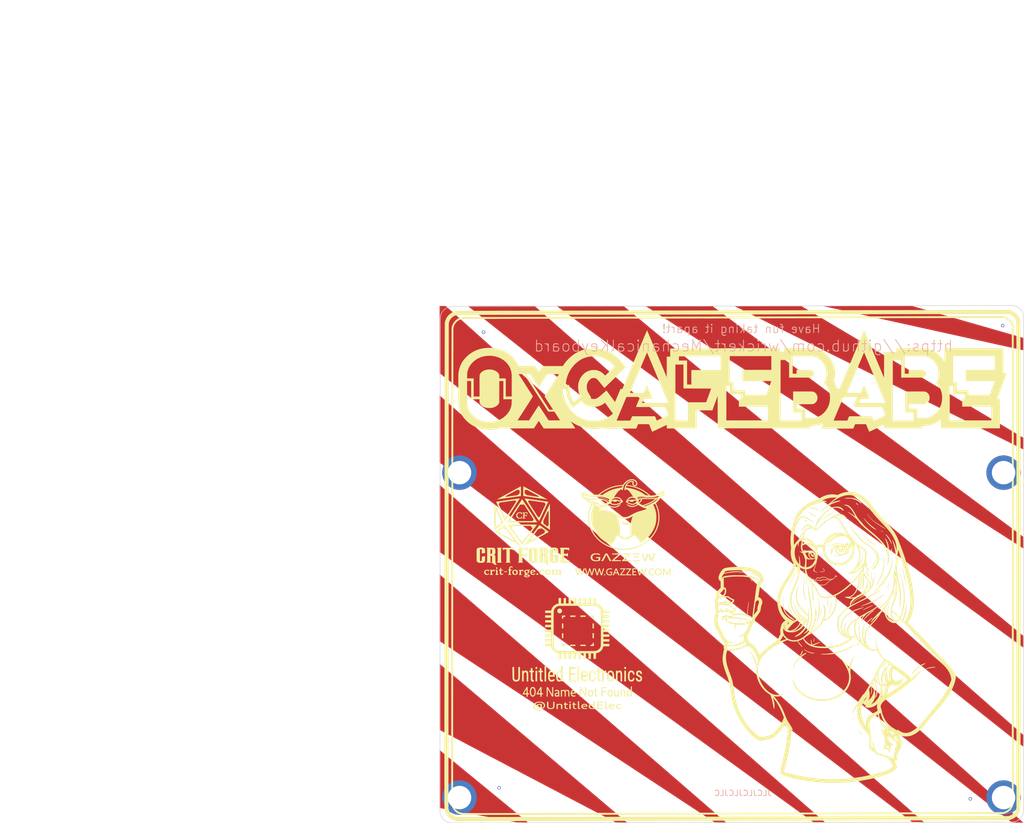
<source format=kicad_pcb>
(kicad_pcb (version 20210228) (generator pcbnew)
  (layers (0 "F.Cu" signal) (31 "B.Cu" signal) (34 "B.Paste" user) (35 "F.Paste" user) (36 "B.SilkS" user "B.Silkscreen") (37 "F.SilkS" user "F.Silkscreen") (38 "B.Mask" user) (39 "F.Mask" user) (44 "Edge.Cuts" user))
  (net 0 "")
  (footprint "LOGO" (layer "F.Cu") (at 0 0)
    (fp_text reference "G***" hide)
    (fp_text value "LOGO" hide)
  )
  (footprint "LOGO" (layer "F.Cu") (at 128.798347 100.180362)
    (fp_text reference "G***" hide)
    (fp_text value "LOGO" hide)
    (fp_poly (pts (xy 24.543821 -25.737242) (xy 52.503917 -4.971318) (xy 52.509406 -3.924992) (xy 52.510171 -3.719073) (xy 52.510278 -3.526624) (xy 52.509767 -3.35167) (xy 52.508679 -3.198236) (xy 52.507054 -3.070348) (xy 52.504934 -2.972031) (xy 52.502359 -2.90731) (xy 52.499369 -2.880211) (xy 52.498822 -2.879636) (xy 52.48058 -2.891046) (xy 52.427262 -2.924978) (xy 52.339416 -2.981084) (xy 52.217588 -3.05901) (xy 52.062324 -3.158407) (xy 51.874171 -3.278925) (xy 51.653676 -3.420211) (xy 51.401385 -3.581915) (xy 51.117845 -3.763688) (xy 50.803602 -3.965177) (xy 50.459203 -4.186032) (xy 50.085194 -4.425902) (xy 49.682122 -4.684437) (xy 49.250534 -4.961285) (xy 48.790975 -5.256097) (xy 48.303994 -5.568521) (xy 47.790135 -5.898206) (xy 47.249946 -6.244802) (xy 46.683973 -6.607957) (xy 46.092762 -6.987322) (xy 45.476862 -7.382545) (xy 44.836816 -7.793276) (xy 44.173174 -8.219163) (xy 43.48648 -8.659857) (xy 42.777281 -9.115006) (xy 42.046125 -9.584259) (xy 41.293557 -10.067266) (xy 40.520125 -10.563676) (xy 39.726373 -11.073138) (xy 38.912851 -11.595302) (xy 38.080102 -12.129816) (xy 37.228676 -12.67633) (xy 36.359117 -13.234493) (xy 35.471972 -13.803954) (xy 34.567788 -14.384363) (xy 33.647112 -14.975369) (xy 32.71049 -15.576621) (xy 31.758469 -16.187768) (xy 30.791594 -16.80846) (xy 29.810413 -17.438345) (xy 28.815473 -18.077073) (xy 27.807319 -18.724293) (xy 26.786498 -19.379655) (xy 25.753558 -20.042807) (xy 24.709044 -20.7134) (xy 23.653502 -21.391081) (xy 22.58748 -22.0755) (xy 21.511525 -22.766308) (xy 20.426182 -23.463151) (xy 19.331998 -24.165681) (xy 18.537174 -24.676011) (xy 17.436973 -25.382424) (xy 16.345234 -26.08342) (xy 15.262503 -26.778648) (xy 14.189328 -27.467756) (xy 13.126254 -28.150394) (xy 12.073827 -28.826211) (xy 11.032594 -29.494856) (xy 10.003101 -30.155977) (xy 8.985894 -30.809224) (xy 7.981519 -31.454246) (xy 6.990523 -32.090692) (xy 6.013453 -32.71821) (xy 5.050853 -33.33645) (xy 4.103272 -33.945061) (xy 3.171254 -34.543691) (xy 2.255346 -35.131991) (xy 1.356095 -35.709608) (xy 0.474046 -36.276191) (xy -0.390254 -36.831391) (xy -1.236258 -37.374856) (xy -2.063421 -37.906234) (xy -2.871196 -38.425175) (xy -3.659037 -38.931328) (xy -4.426398 -39.424341) (xy -5.172732 -39.903864) (xy -5.897494 -40.369547) (xy -6.600136 -40.821037) (xy -7.280113 -41.257984) (xy -7.936878 -41.680036) (xy -8.569885 -42.086844) (xy -9.178588 -42.478055) (xy -9.76244 -42.853319) (xy -10.320896 -43.212285) (xy -10.853408 -43.554602) (xy -11.359432 -43.879919) (xy -11.838419 -44.187884) (xy -12.289825 -44.478147) (xy -12.713103 -44.750358) (xy -13.107706 -45.004164) (xy -13.473089 -45.239215) (xy -13.808704 -45.45516) (xy -14.114007 -45.651647) (xy -14.388449 -45.828327) (xy -14.631486 -45.984848) (xy -14.842572 -46.120858) (xy -15.021158 -46.236007) (xy -15.1667 -46.329944) (xy -15.278652 -46.402319) (xy -15.356466 -46.452779) (xy -15.399596 -46.480973) (xy -15.408868 -46.487291) (xy -15.388021 -46.488618) (xy -15.326524 -46.489915) (xy -15.226061 -46.491178) (xy -15.088315 -46.492402) (xy -14.91497 -46.493584) (xy -14.707708 -46.494719) (xy -14.468214 -46.495802) (xy -14.198171 -46.496829) (xy -13.899262 -46.497796) (xy -13.573171 -46.498697) (xy -13.221581 -46.499529) (xy -12.846176 -46.500287) (xy -12.448639 -46.500967) (xy -12.030653 -46.501564) (xy -11.593903 -46.502073) (xy -11.140071 -46.502491) (xy -10.670842 -46.502813) (xy -10.187897 -46.503034) (xy -9.692922 -46.503149) (xy -9.412804 -46.503166) (xy -3.416274 -46.503166) (xy 24.543821 -25.737242)) (layer "F.Cu") (width 0.01) (fill solid))
    (fp_poly (pts (xy -51.933066 -46.498221) (xy -51.372798 -46.492583) (xy 0.570851 -0.003091) (xy 1.85267 1.144139) (xy 3.127112 2.28477) (xy 4.393808 3.418473) (xy 5.65239 4.54492) (xy 6.90249 5.66378) (xy 8.143741 6.774725) (xy 9.375773 7.877424) (xy 10.59822 8.971549) (xy 11.810713 10.056769) (xy 13.012885 11.132757) (xy 14.204367 12.199182) (xy 15.384791 13.255714) (xy 16.55379 14.302025) (xy 17.710995 15.337786) (xy 18.856039 16.362666) (xy 19.988553 17.376336) (xy 21.10817 18.378468) (xy 22.214521 19.368731) (xy 23.30724 20.346796) (xy 24.385957 21.312334) (xy 25.450304 22.265016) (xy 26.499915 23.204511) (xy 27.53442 24.130492) (xy 28.553452 25.042627) (xy 29.556643 25.940589) (xy 30.543625 26.824047) (xy 31.51403 27.692672) (xy 32.46749 28.546135) (xy 33.403637 29.384106) (xy 34.322103 30.206256) (xy 35.222521 31.012256) (xy 36.104521 31.801776) (xy 36.967737 32.574487) (xy 37.8118 33.330059) (xy 38.636342 34.068163) (xy 39.440995 34.78847) (xy 40.225392 35.490651) (xy 40.989164 36.174375) (xy 41.731944 36.839314) (xy 42.453363 37.485137) (xy 43.153054 38.111517) (xy 43.830648 38.718123) (xy 44.485777 39.304626) (xy 45.118075 39.870696) (xy 45.727172 40.416005) (xy 46.3127 40.940223) (xy 46.874293 41.443019) (xy 47.411581 41.924066) (xy 47.924197 42.383034) (xy 48.411773 42.819593) (xy 48.873941 43.233414) (xy 49.310332 43.624167) (xy 49.72058 43.991524) (xy 50.104316 44.335154) (xy 50.461171 44.654728) (xy 50.790779 44.949918) (xy 51.092771 45.220393) (xy 51.366779 45.465824) (xy 51.612435 45.685882) (xy 51.829371 45.880238) (xy 52.01722 46.048561) (xy 52.175613 46.190524) (xy 52.304182 46.305795) (xy 52.402559 46.394046) (xy 52.470377 46.454948) (xy 52.507268 46.488171) (xy 52.5145 46.494784) (xy 52.494192 46.496991) (xy 52.436692 46.498524) (xy 52.347135 46.499423) (xy 52.230656 46.499723) (xy 52.092391 46.499463) (xy 51.937474 46.49868) (xy 51.771041 46.497412) (xy 51.598227 46.495694) (xy 51.424168 46.493566) (xy 51.253997 46.491064) (xy 51.092852 46.488225) (xy 50.945866 46.485088) (xy 50.852687 46.482693) (xy 50.450291 46.471417) (xy -1.020723 6.0325) (xy -52.491737 -34.406416) (xy -52.492535 -40.455137) (xy -52.493333 -46.503857) (xy -51.933066 -46.498221)) (layer "F.Cu") (width 0.01) (fill solid))
    (fp_poly (pts (xy -52.458488 1.859007) (xy -52.410712 1.900146) (xy -52.332249 1.96788) (xy -52.223748 2.061646) (xy -52.085863 2.180878) (xy -51.919245 2.325012) (xy -51.724546 2.493483) (xy -51.502416 2.685727) (xy -51.253509 2.901179) (xy -50.978474 3.139273) (xy -50.677965 3.399447) (xy -50.352632 3.681135) (xy -50.003128 3.983772) (xy -49.630103 4.306794) (xy -49.23421 4.649636) (xy -48.8161 5.011734) (xy -48.376425 5.392523) (xy -47.915836 5.791438) (xy -47.434986 6.207916) (xy -46.934525 6.64139) (xy -46.415105 7.091297) (xy -45.877378 7.557071) (xy -45.321996 8.038149) (xy -44.74961 8.533966) (xy -44.160872 9.043957) (xy -43.556433 9.567557) (xy -42.936945 10.104202) (xy -42.30306 10.653328) (xy -41.65543 11.214369) (xy -40.994705 11.78676) (xy -40.321538 12.369939) (xy -39.63658 12.963339) (xy -38.940483 13.566396) (xy -38.233899 14.178546) (xy -37.517478 14.799223) (xy -36.791874 15.427864) (xy -36.057736 16.063904) (xy -35.315718 16.706777) (xy -34.56647 17.355921) (xy -33.810645 18.010768) (xy -33.048893 18.670757) (xy -32.281867 19.33532) (xy -31.510218 20.003895) (xy -30.734598 20.675916) (xy -29.955658 21.350819) (xy -29.174051 22.028039) (xy -28.390427 22.707011) (xy -27.605438 23.387171) (xy -26.819736 24.067955) (xy -26.033973 24.748797) (xy -25.2488 25.429133) (xy -24.464869 26.108399) (xy -23.682831 26.78603) (xy -22.903338 27.46146) (xy -22.127042 28.134127) (xy -21.354594 28.803464) (xy -20.586646 29.468907) (xy -19.82385 30.129893) (xy -19.066857 30.785855) (xy -18.316319 31.43623) (xy -17.572887 32.080453) (xy -16.837213 32.717959) (xy -16.109949 33.348183) (xy -15.391747 33.970562) (xy -14.683257 34.58453) (xy -13.985132 35.189523) (xy -13.298024 35.784976) (xy -12.622583 36.370324) (xy -11.959461 36.945004) (xy -11.309311 37.50845) (xy -10.672784 38.060097) (xy -10.050531 38.599382) (xy -9.443204 39.125739) (xy -8.851454 39.638604) (xy -8.275934 40.137412) (xy -7.717295 40.621599) (xy -7.176188 41.090599) (xy -6.653266 41.54385) (xy -6.149179 41.980785) (xy -5.66458 42.40084) (xy -5.20012 42.80345) (xy -4.75645 43.188052) (xy -4.334223 43.55408) (xy -3.93409 43.900969) (xy -3.556702 44.228156) (xy -3.202711 44.535075) (xy -2.87277 44.821162) (xy -2.567528 45.085852) (xy -2.287639 45.328581) (xy -2.033754 45.548784) (xy -1.806524 45.745896) (xy -1.606601 45.919352) (xy -1.434636 46.068589) (xy -1.291282 46.193042) (xy -1.177189 46.292145) (xy -1.09301 46.365335) (xy -1.039397 46.412046) (xy -1.017 46.431715) (xy -1.016481 46.432192) (xy -0.964046 46.482) (xy -1.397481 46.477198) (xy -1.542168 46.475422) (xy -1.717393 46.472994) (xy -1.911371 46.470094) (xy -2.112315 46.466903) (xy -2.308438 46.463601) (xy -2.436386 46.461323) (xy -3.041855 46.45025) (xy -27.766811 30.141334) (xy -52.491768 13.832417) (xy -52.492551 7.835195) (xy -52.492555 7.312648) (xy -52.492432 6.804429) (xy -52.492186 6.312073) (xy -52.491823 5.837118) (xy -52.491346 5.3811) (xy -52.49076 4.945557) (xy -52.490069 4.532025) (xy -52.489279 4.142042) (xy -52.488393 3.777143) (xy -52.487417 3.438866) (xy -52.486354 3.128748) (xy -52.485209 2.848325) (xy -52.483987 2.599135) (xy -52.482693 2.382714) (xy -52.48133 2.200599) (xy -52.479903 2.054328) (xy -52.478417 1.945436) (xy -52.476876 1.875461) (xy -52.475286 1.845939) (xy -52.474924 1.845028) (xy -52.458488 1.859007)) (layer "F.Cu") (width 0.01) (fill solid))
    (fp_poly (pts (xy 8.559785 -7.894088) (xy 52.5145 30.714991) (xy 52.514373 31.576454) (xy 52.513718 31.868926) (xy 52.511831 32.119724) (xy 52.508691 32.329488) (xy 52.504276 32.498861) (xy 52.498566 32.628483) (xy 52.491538 32.718995) (xy 52.483173 32.77104) (xy 52.474321 32.785503) (xy 52.45748 32.772354) (xy 52.407888 32.733205) (xy 52.325949 32.668378) (xy 52.212068 32.578194) (xy 52.066649 32.462975) (xy 51.890097 32.323042) (xy 51.682817 32.158715) (xy 51.445214 31.970316) (xy 51.177692 31.758167) (xy 50.880657 31.522588) (xy 50.554512 31.263901) (xy 50.199663 30.982426) (xy 49.816514 30.678486) (xy 49.405471 30.352401) (xy 48.966937 30.004492) (xy 48.501318 29.635081) (xy 48.009018 29.244489) (xy 47.490442 28.833037) (xy 46.945994 28.401046) (xy 46.376081 27.948838) (xy 45.781105 27.476733) (xy 45.161472 26.985053) (xy 44.517587 26.474119) (xy 43.849855 25.944253) (xy 43.158679 25.395775) (xy 42.444466 24.829007) (xy 41.707619 24.244269) (xy 40.948543 23.641884) (xy 40.167643 23.022172) (xy 39.365324 22.385454) (xy 38.541991 21.732053) (xy 37.698048 21.062288) (xy 36.833899 20.376481) (xy 35.949951 19.674953) (xy 35.046607 18.958026) (xy 34.124272 18.226021) (xy 33.183351 17.479258) (xy 32.224249 16.71806) (xy 31.24737 15.942747) (xy 30.253119 15.15364) (xy 29.241901 14.351061) (xy 28.214121 13.535331) (xy 27.170183 12.706772) (xy 26.110491 11.865703) (xy 25.035452 11.012447) (xy 23.945469 10.147325) (xy 22.840948 9.270658) (xy 21.722292 8.382766) (xy 20.589907 7.483972) (xy 19.444197 6.574597) (xy 18.285568 5.654961) (xy 17.114423 4.725387) (xy 15.931168 3.786194) (xy 14.736208 2.837705) (xy 13.529946 1.88024) (xy 12.312788 0.914121) (xy 11.085139 -0.060331) (xy 9.847403 -1.042795) (xy 8.599985 -2.032949) (xy 7.34329 -3.030473) (xy 6.077722 -4.035046) (xy 4.803687 -5.046345) (xy 3.521588 -6.06405) (xy 2.57175 -6.818017) (xy 1.283829 -7.840351) (xy 0.003649 -8.856539) (xy -1.268387 -9.866262) (xy -2.531872 -10.869196) (xy -3.786402 -11.865022) (xy -5.031571 -12.853416) (xy -6.266974 -13.834058) (xy -7.492206 -14.806625) (xy -8.706862 -15.770797) (xy -9.910537 -16.726251) (xy -11.102825 -17.672666) (xy -12.283322 -18.60972) (xy -13.451621 -19.537092) (xy -14.607319 -20.45446) (xy -15.750009 -21.361503) (xy -16.879287 -22.257898) (xy -17.994747 -23.143325) (xy -19.095985 -24.017461) (xy -20.182594 -24.879986) (xy -21.25417 -25.730576) (xy -22.310309 -26.568912) (xy -23.350603 -27.394671) (xy -24.374649 -28.207531) (xy -25.382041 -29.007171) (xy -26.372374 -29.793269) (xy -27.345243 -30.565504) (xy -28.300243 -31.323555) (xy -29.236968 -32.067098) (xy -30.155013 -32.795814) (xy -31.053974 -33.50938) (xy -31.933444 -34.207474) (xy -32.793019 -34.889776) (xy -33.632294 -35.555962) (xy -34.450863 -36.205713) (xy -35.248322 -36.838706) (xy -36.024264 -37.454619) (xy -36.778286 -38.053131) (xy -37.509981 -38.633921) (xy -38.218944 -39.196666) (xy -38.904771 -39.741046) (xy -39.567056 -40.266738) (xy -40.205394 -40.77342) (xy -40.81938 -41.260772) (xy -41.408609 -41.728472) (xy -41.972675 -42.176198) (xy -42.511173 -42.603628) (xy -43.023699 -43.01044) (xy -43.509846 -43.396314) (xy -43.969211 -43.760928) (xy -44.401386 -44.10396) (xy -44.805969 -44.425087) (xy -45.182552 -44.72399) (xy -45.530732 -45.000346) (xy -45.850102 -45.253833) (xy -46.140258 -45.48413) (xy -46.400795 -45.690915) (xy -46.631307 -45.873867) (xy -46.831389 -46.032664) (xy -47.000636 -46.166984) (xy -47.138643 -46.276506) (xy -47.245005 -46.360909) (xy -47.319316 -46.41987) (xy -47.361172 -46.453068) (xy -47.371 -46.46085) (xy -47.375788 -46.464918) (xy -47.378319 -46.468707) (xy -47.377157 -46.472229) (xy -47.370865 -46.475492) (xy -47.358007 -46.478506) (xy -47.337144 -46.481283) (xy -47.306841 -46.483832) (xy -47.265662 -46.486162) (xy -47.212168 -46.488285) (xy -47.144924 -46.490209) (xy -47.062493 -46.491946) (xy -46.963438 -46.493504) (xy -46.846322 -46.494895) (xy -46.709709 -46.496128) (xy -46.552161 -46.497213) (xy -46.372243 -46.49816) (xy -46.168517 -46.49898) (xy -45.939546 -46.499682) (xy -45.683895 -46.500276) (xy -45.400125 -46.500772) (xy -45.086801 -46.501181) (xy -44.742485 -46.501512) (xy -44.365742 -46.501776) (xy -43.955133 -46.501983) (xy -43.509223 -46.502141) (xy -43.026575 -46.502263) (xy -42.505752 -46.502357) (xy -41.945316 -46.502434) (xy -41.409423 -46.502496) (xy -35.394929 -46.503166) (xy 8.559785 -7.894088)) (layer "F.Cu") (width 0.01) (fill solid))
    (fp_poly (pts (xy 32.54375 -46.502725) (xy 42.523833 -43.63721) (xy 52.503917 -40.771695) (xy 52.509395 -39.658097) (xy 52.510459 -39.403559) (xy 52.510907 -39.188501) (xy 52.510685 -39.010071) (xy 52.509738 -38.865419) (xy 52.508011 -38.751696) (xy 52.505452 -38.666051) (xy 52.502005 -38.605633) (xy 52.497617 -38.567593) (xy 52.492232 -38.549079) (xy 52.488229 -38.546162) (xy 52.466433 -38.550775) (xy 52.404242 -38.564315) (xy 52.302598 -38.586574) (xy 52.162441 -38.617345) (xy 51.984714 -38.65642) (xy 51.770357 -38.70359) (xy 51.520311 -38.758649) (xy 51.235519 -38.821389) (xy 50.91692 -38.891602) (xy 50.565457 -38.969079) (xy 50.182071 -39.053614) (xy 49.767702 -39.144999) (xy 49.323293 -39.243025) (xy 48.849784 -39.347486) (xy 48.348117 -39.458173) (xy 47.819233 -39.574879) (xy 47.264073 -39.697396) (xy 46.683578 -39.825516) (xy 46.078691 -39.959031) (xy 45.450352 -40.097735) (xy 44.799501 -40.241418) (xy 44.127082 -40.389873) (xy 43.434034 -40.542893) (xy 42.7213 -40.70027) (xy 41.98982 -40.861796) (xy 41.240536 -41.027263) (xy 40.474388 -41.196464) (xy 39.692319 -41.36919) (xy 38.89527 -41.545235) (xy 38.084181 -41.72439) (xy 37.259994 -41.906448) (xy 36.423651 -42.0912) (xy 35.576092 -42.27844) (xy 34.718259 -42.467959) (xy 34.529688 -42.509621) (xy 33.669789 -42.699617) (xy 32.819982 -42.887412) (xy 31.981209 -43.072796) (xy 31.154409 -43.255562) (xy 30.340523 -43.435501) (xy 29.540491 -43.612404) (xy 28.755255 -43.786063) (xy 27.985755 -43.956269) (xy 27.23293 -44.122815) (xy 26.497723 -44.285491) (xy 25.781073 -44.444089) (xy 25.083922 -44.598401) (xy 24.407209 -44.748218) (xy 23.751875 -44.893332) (xy 23.11886 -45.033534) (xy 22.509106 -45.168615) (xy 21.923553 -45.298369) (xy 21.363141 -45.422585) (xy 20.828812 -45.541055) (xy 20.321504 -45.653572) (xy 19.84216 -45.759926) (xy 19.391719 -45.85991) (xy 18.971123 -45.953314) (xy 18.581312 -46.03993) (xy 18.223225 -46.11955) (xy 17.897805 -46.191965) (xy 17.605991 -46.256967) (xy 17.348724 -46.314348) (xy 17.126945 -46.363898) (xy 16.941594 -46.40541) (xy 16.793612 -46.438675) (xy 16.683939 -46.463484) (xy 16.613516 -46.47963) (xy 16.583283 -46.486903) (xy 16.582119 -46.487292) (xy 16.601897 -46.488441) (xy 16.662554 -46.489568) (xy 16.762635 -46.49067) (xy 16.900685 -46.491743) (xy 17.075248 -46.492785) (xy 17.28487 -46.493792) (xy 17.528097 -46.494763) (xy 17.803472 -46.495694) (xy 18.109542 -46.496582) (xy 18.444852 -46.497424) (xy 18.807946 -46.498219) (xy 19.19737 -46.498961) (xy 19.611669 -46.49965) (xy 20.049388 -46.500282) (xy 20.509072 -46.500854) (xy 20.989267 -46.501363) (xy 21.488516 -46.501806) (xy 22.005367 -46.502182) (xy 22.538363 -46.502486) (xy 23.08605 -46.502715) (xy 23.646973 -46.502868) (xy 24.219677 -46.502941) (xy 24.555097 -46.502946) (xy 32.54375 -46.502725)) (layer "F.Cu") (width 0.01) (fill solid))
    (fp_poly (pts (xy -25.799235 -46.502273) (xy -25.409525 -46.502224) (xy -19.39925 -46.501282) (xy 16.552333 -16.817496) (xy 52.503917 12.86629) (xy 52.509406 13.915562) (xy 52.510171 14.121741) (xy 52.510279 14.314427) (xy 52.509771 14.489603) (xy 52.508687 14.643254) (xy 52.507069 14.771366) (xy 52.504955 14.869923) (xy 52.502388 14.934911) (xy 52.499407 14.962314) (xy 52.498822 14.962945) (xy 52.481363 14.95044) (xy 52.430212 14.913258) (xy 52.345833 14.851737) (xy 52.228686 14.766216) (xy 52.079234 14.657031) (xy 51.897937 14.524522) (xy 51.685258 14.369026) (xy 51.441658 14.190881) (xy 51.167599 13.990425) (xy 50.863543 13.767996) (xy 50.52995 13.523933) (xy 50.167283 13.258572) (xy 49.776004 12.972252) (xy 49.356573 12.665312) (xy 48.909453 12.338088) (xy 48.435105 11.990919) (xy 47.93399 11.624144) (xy 47.406571 11.238099) (xy 46.85331 10.833123) (xy 46.274666 10.409555) (xy 45.671103 9.967731) (xy 45.043082 9.50799) (xy 44.391065 9.030669) (xy 43.715512 8.536108) (xy 43.016886 8.024643) (xy 42.295649 7.496614) (xy 41.552262 6.952357) (xy 40.787186 6.392211) (xy 40.000884 5.816513) (xy 39.193816 5.225603) (xy 38.366445 4.619817) (xy 37.519232 3.999494) (xy 36.652639 3.364971) (xy 35.767127 2.716587) (xy 34.863158 2.05468) (xy 33.941194 1.379587) (xy 33.001696 0.691647) (xy 32.045126 -0.008802) (xy 31.071945 -0.721423) (xy 30.082616 -1.445877) (xy 29.077599 -2.181826) (xy 28.057356 -2.928933) (xy 27.02235 -3.68686) (xy 25.973041 -4.455268) (xy 24.909891 -5.23382) (xy 23.833363 -6.022177) (xy 22.743916 -6.820001) (xy 21.642014 -7.626956) (xy 20.528117 -8.442701) (xy 19.402688 -9.266901) (xy 18.266188 -10.099216) (xy 17.119078 -10.939309) (xy 15.961821 -11.786841) (xy 14.794877 -12.641475) (xy 13.618709 -13.502873) (xy 12.433778 -14.370696) (xy 11.240546 -15.244607) (xy 10.557868 -15.744597) (xy 9.360055 -16.621875) (xy 8.170272 -17.493276) (xy 6.988983 -18.358463) (xy 5.816648 -19.217097) (xy 4.65373 -20.068841) (xy 3.500689 -20.913354) (xy 2.357989 -21.7503) (xy 1.226091 -22.579341) (xy 0.105457 -23.400136) (xy -1.003452 -24.212349) (xy -2.100174 -25.015641) (xy -3.184246 -25.809674) (xy -4.255208 -26.59411) (xy -5.312597 -27.368609) (xy -6.355951 -28.132835) (xy -7.384809 -28.886448) (xy -8.398709 -29.62911) (xy -9.397189 -30.360483) (xy -10.379787 -31.080229) (xy -11.346042 -31.788009) (xy -12.295491 -32.483486) (xy -13.227673 -33.16632) (xy -14.142126 -33.836173) (xy -15.038389 -34.492708) (xy -15.915999 -35.135585) (xy -16.774494 -35.764467) (xy -17.613413 -36.379015) (xy -18.432294 -36.978892) (xy -19.230676 -37.563757) (xy -20.008096 -38.133274) (xy -20.764092 -38.687104) (xy -21.498204 -39.224909) (xy -22.209968 -39.746351) (xy -22.898923 -40.25109) (xy -23.564608 -40.738789) (xy -24.206561 -41.20911) (xy -24.824319 -41.661714) (xy -25.417421 -42.096262) (xy -25.985405 -42.512418) (xy -26.52781 -42.909841) (xy -27.044173 -43.288195) (xy -27.534033 -43.64714) (xy -27.996928 -43.986339) (xy -28.432396 -44.305453) (xy -28.839975 -44.604143) (xy -29.219204 -44.882073) (xy -29.569621 -45.138902) (xy -29.890763 -45.374293) (xy -30.18217 -45.587908) (xy -30.443379 -45.779408) (xy -30.673928 -45.948455) (xy -30.873356 -46.09471) (xy -31.041202 -46.217836) (xy -31.177002 -46.317494) (xy -31.280295 -46.393346) (xy -31.35062 -46.445053) (xy -31.387515 -46.472277) (xy -31.393407 -46.476708) (xy -31.388861 -46.479422) (xy -31.368799 -46.481952) (xy -31.33198 -46.484305) (xy -31.277164 -46.486485) (xy -31.203111 -46.488498) (xy -31.10858 -46.49035) (xy -30.992332 -46.492044) (xy -30.853126 -46.493588) (xy -30.689723 -46.494985) (xy -30.500881 -46.496242) (xy -30.285362 -46.497363) (xy -30.041925 -46.498355) (xy -29.76933 -46.499221) (xy -29.466336 -46.499968) (xy -29.131704 -46.5006) (xy -28.764194 -46.501124) (xy -28.362564 -46.501544) (xy -27.925577 -46.501865) (xy -27.45199 -46.502094) (xy -26.940564 -46.502234) (xy -26.390059 -46.502292) (xy -25.799235 -46.502273)) (layer "F.Cu") (width 0.01) (fill solid))
    (fp_poly (pts (xy -35.65525 32.187514) (xy -34.918547 32.81158) (xy -34.189679 33.429034) (xy -33.469319 34.039309) (xy -32.758135 34.641835) (xy -32.056799 35.236044) (xy -31.36598 35.821368) (xy -30.68635 36.397238) (xy -30.018578 36.963087) (xy -29.363335 37.518344) (xy -28.721291 38.062443) (xy -28.093117 38.594815) (xy -27.479483 39.114891) (xy -26.881058 39.622103) (xy -26.298515 40.115883) (xy -25.732522 40.595661) (xy -25.183751 41.06087) (xy -24.652871 41.510941) (xy -24.140554 41.945307) (xy -23.647469 42.363397) (xy -23.174286 42.764645) (xy -22.721677 43.148481) (xy -22.290311 43.514337) (xy -21.880859 43.861645) (xy -21.493991 44.189837) (xy -21.130378 44.498343) (xy -20.79069 44.786596) (xy -20.475597 45.054027) (xy -20.185769 45.300068) (xy -19.921878 45.52415) (xy -19.684593 45.725705) (xy -19.474584 45.904164) (xy -19.292523 46.05896) (xy -19.139079 46.189523) (xy -19.014922 46.295285) (xy -18.920724 46.375678) (xy -18.857155 46.430134) (xy -18.824884 46.458083) (xy -18.820695 46.461941) (xy -18.83609 46.472132) (xy -18.884698 46.477973) (xy -18.947695 46.478582) (xy -18.997735 46.477455) (xy -19.084835 46.475659) (xy -19.20373 46.473296) (xy -19.349153 46.470468) (xy -19.515838 46.467277) (xy -19.69852 46.463826) (xy -19.891931 46.460216) (xy -19.977844 46.458626) (xy -20.873938 46.442087) (xy -36.667761 38.141103) (xy -37.43608 37.737279) (xy -38.195244 37.338254) (xy -38.944385 36.944481) (xy -39.682638 36.556418) (xy -40.40914 36.174518) (xy -41.123023 35.799236) (xy -41.823424 35.431029) (xy -42.509477 35.07035) (xy -43.180316 34.717655) (xy -43.835078 34.373399) (xy -44.472895 34.038037) (xy -45.092904 33.712024) (xy -45.694239 33.395816) (xy -46.276035 33.089866) (xy -46.837426 32.794631) (xy -47.377548 32.510565) (xy -47.895535 32.238124) (xy -48.390522 31.977762) (xy -48.861644 31.729935) (xy -49.308036 31.495097) (xy -49.728832 31.273704) (xy -50.123168 31.066211) (xy -50.490177 30.873073) (xy -50.828996 30.694744) (xy -51.138758 30.531681) (xy -51.418599 30.384337) (xy -51.667654 30.253169) (xy -51.885056 30.138631) (xy -52.069942 30.041178) (xy -52.221445 29.961265) (xy -52.338701 29.899348) (xy -52.420845 29.855881) (xy -52.46701 29.831319) (xy -52.477496 29.825589) (xy -52.478813 29.803473) (xy -52.480064 29.740721) (xy -52.481246 29.639031) (xy -52.482355 29.500099) (xy -52.48339 29.325622) (xy -52.484345 29.117299) (xy -52.48522 28.876827) (xy -52.48601 28.605902) (xy -52.486713 28.306223) (xy -52.487326 27.979485) (xy -52.487845 27.627388) (xy -52.488267 27.251627) (xy -52.488591 26.8539) (xy -52.488811 26.435906) (xy -52.488927 25.999339) (xy -52.488934 25.545899) (xy -52.488829 25.077283) (xy -52.48861 24.595187) (xy -52.488273 24.101309) (xy -52.488079 23.872102) (xy -52.48275 17.933145) (xy -35.65525 32.187514)) (layer "F.Cu") (width 0.01) (fill solid))
    (fp_poly (pts (xy -52.460237 33.477888) (xy -52.411303 33.517233) (xy -52.331657 33.5818) (xy -52.222304 33.670767) (xy -52.084246 33.783314) (xy -51.918487 33.918618) (xy -51.726028 34.075857) (xy -51.507873 34.254211) (xy -51.265025 34.452858) (xy -50.998487 34.670976) (xy -50.709262 34.907743) (xy -50.398353 35.162339) (xy -50.066762 35.433941) (xy -49.715494 35.721729) (xy -49.345549 36.02488) (xy -48.957933 36.342572) (xy -48.553646 36.673986) (xy -48.133694 37.018298) (xy -47.699077 37.374687) (xy -47.2508 37.742332) (xy -46.789866 38.120412) (xy -46.317276 38.508104) (xy -45.834035 38.904587) (xy -45.341145 39.30904) (xy -44.839609 39.720641) (xy -44.619333 39.901434) (xy -44.113776 40.316385) (xy -43.616208 40.724777) (xy -43.127645 41.125778) (xy -42.649097 41.518557) (xy -42.18158 41.902283) (xy -41.726105 42.276123) (xy -41.283687 42.639246) (xy -40.855337 42.990821) (xy -40.44207 43.330016) (xy -40.044899 43.656) (xy -39.664836 43.967941) (xy -39.302895 44.265007) (xy -38.960089 44.546366) (xy -38.637431 44.811189) (xy -38.335935 45.058642) (xy -38.056613 45.287894) (xy -37.800478 45.498114) (xy -37.568544 45.68847) (xy -37.361824 45.858131) (xy -37.181331 46.006265) (xy -37.028078 46.13204) (xy -36.903078 46.234626) (xy -36.807345 46.313189) (xy -36.741892 46.3669) (xy -36.707731 46.394926) (xy -36.703 46.398804) (xy -36.628917 46.459414) (xy -37.1475 46.455234) (xy -37.333084 46.453638) (xy -37.54291 46.45167) (xy -37.760707 46.449491) (xy -37.970208 46.447265) (xy -38.155142 46.445156) (xy -38.170353 46.444974) (xy -38.674622 46.438893) (xy -45.562894 45.158697) (xy -46.095916 45.059646) (xy -46.618272 44.962599) (xy -47.128426 44.867843) (xy -47.624839 44.775661) (xy -48.105974 44.686339) (xy -48.570293 44.600162) (xy -49.01626 44.517414) (xy -49.442336 44.43838) (xy -49.846983 44.363345) (xy -50.228665 44.292595) (xy -50.585843 44.226413) (xy -50.916981 44.165086) (xy -51.220539 44.108897) (xy -51.494982 44.058132) (xy -51.738771 44.013075) (xy -51.950368 43.974012) (xy -52.128237 43.941227) (xy -52.270839 43.915005) (xy -52.376637 43.895631) (xy -52.444094 43.88339) (xy -52.471671 43.878567) (xy -52.47225 43.8785) (xy -52.474814 43.857355) (xy -52.477214 43.794003) (xy -52.47945 43.688572) (xy -52.481521 43.541188) (xy -52.483427 43.351978) (xy -52.485167 43.12107) (xy -52.48674 42.848588) (xy -52.488147 42.534661) (xy -52.489386 42.179416) (xy -52.490458 41.782978) (xy -52.49136 41.345474) (xy -52.492094 40.867033) (xy -52.492659 40.347779) (xy -52.493053 39.787841) (xy -52.493277 39.187344) (xy -52.493333 38.6715) (xy -52.49327 38.205055) (xy -52.493083 37.749824) (xy -52.492777 37.307615) (xy -52.49236 36.880234) (xy -52.491835 36.469488) (xy -52.491209 36.077184) (xy -52.490486 35.705128) (xy -52.489673 35.355128) (xy -52.488776 35.028989) (xy -52.487798 34.72852) (xy -52.486747 34.455525) (xy -52.485627 34.211813) (xy -52.484445 33.999189) (xy -52.483204 33.819462) (xy -52.481912 33.674436) (xy -52.480574 33.56592) (xy -52.479194 33.495719) (xy -52.477779 33.465641) (xy -52.477458 33.464587) (xy -52.460237 33.477888)) (layer "F.Cu") (width 0.01) (fill solid))
    (fp_poly (pts (xy -52.413958 -14.221149) (xy -52.395693 -14.205097) (xy -52.346041 -14.161556) (xy -52.26546 -14.090926) (xy -52.15441 -13.99361) (xy -52.01335 -13.870009) (xy -51.842738 -13.720526) (xy -51.643032 -13.545561) (xy -51.414692 -13.345517) (xy -51.158177 -13.120796) (xy -50.873945 -12.8718) (xy -50.562455 -12.59893) (xy -50.224165 -12.302588) (xy -49.859536 -11.983177) (xy -49.469024 -11.641097) (xy -49.053089 -11.276751) (xy -48.612191 -10.89054) (xy -48.146786 -10.482867) (xy -47.657336 -10.054133) (xy -47.144297 -9.604741) (xy -46.608129 -9.135091) (xy -46.049291 -8.645586) (xy -45.468241 -8.136628) (xy -44.865438 -7.608618) (xy -44.241342 -7.061958) (xy -43.59641 -6.497051) (xy -42.931101 -5.914297) (xy -42.245875 -5.3141) (xy -41.541189 -4.69686) (xy -40.817504 -4.062979) (xy -40.075277 -3.41286) (xy -39.314967 -2.746904) (xy -38.537034 -2.065513) (xy -37.741935 -1.369088) (xy -36.93013 -0.658033) (xy -36.102077 0.067252) (xy -35.258236 0.806365) (xy -34.399064 1.558903) (xy -33.525021 2.324466) (xy -32.636565 3.10265) (xy -31.734156 3.893055) (xy -30.818252 4.695279) (xy -29.889311 5.508918) (xy -28.947793 6.333573) (xy -27.994156 7.168841) (xy -27.028859 8.01432) (xy -26.052361 8.869608) (xy -25.065121 9.734303) (xy -24.067597 10.608004) (xy -23.060248 11.490309) (xy -22.043533 12.380816) (xy -21.01791 13.279122) (xy -19.983839 14.184827) (xy -18.941778 15.097529) (xy -17.892186 16.016825) (xy -17.742958 16.147527) (xy -16.692612 17.067491) (xy -15.649801 17.980873) (xy -14.614982 18.887271) (xy -13.588612 19.786285) (xy -12.571148 20.677514) (xy -11.563049 21.560557) (xy -10.564772 22.435013) (xy -9.576774 23.300482) (xy -8.599512 24.156562) (xy -7.633443 25.002853) (xy -6.679027 25.838954) (xy -5.736718 26.664463) (xy -4.806976 27.478981) (xy -3.890257 28.282106) (xy -2.987019 29.073437) (xy -2.09772 29.852573) (xy -1.222816 30.619115) (xy -0.362765 31.372659) (xy 0.481976 32.112807) (xy 1.310949 32.839157) (xy 2.123696 33.551308) (xy 2.919761 34.248859) (xy 3.698686 34.931409) (xy 4.460013 35.598558) (xy 5.203285 36.249905) (xy 5.928045 36.885048) (xy 6.633836 37.503588) (xy 7.320199 38.105122) (xy 7.986678 38.689251) (xy 8.632815 39.255572) (xy 9.258153 39.803687) (xy 9.862234 40.333193) (xy 10.444601 40.84369) (xy 11.004796 41.334776) (xy 11.542363 41.806052) (xy 12.056843 42.257115) (xy 12.547779 42.687566) (xy 13.014715 43.097004) (xy 13.457192 43.485027) (xy 13.874753 43.851234) (xy 14.26694 44.195226) (xy 14.633297 44.5166) (xy 14.973366 44.814956) (xy 15.286689 45.089894) (xy 15.57281 45.341012) (xy 15.83127 45.567909) (xy 16.061612 45.770185) (xy 16.263379 45.947439) (xy 16.436114 46.09927) (xy 16.579358 46.225276) (xy 16.692655 46.325058) (xy 16.775548 46.398214) (xy 16.827578 46.444344) (xy 16.848289 46.463046) (xy 16.848667 46.463463) (xy 16.832552 46.477423) (xy 16.822208 46.476921) (xy 16.796274 46.475779) (xy 16.732273 46.474487) (xy 16.634472 46.47309) (xy 16.507137 46.471632) (xy 16.354533 46.470159) (xy 16.180928 46.468715) (xy 15.990587 46.467344) (xy 15.794318 46.466129) (xy 14.792886 46.460417) (xy -18.850224 22.114566) (xy -52.493333 -2.231285) (xy -52.493333 -14.292426) (xy -52.413958 -14.221149)) (layer "F.Cu") (width 0.01) (fill solid))
    (fp_poly (pts (xy 32.526516 -34.659263) (xy 33.378345 -34.153702) (xy 34.221375 -33.653352) (xy 35.054869 -33.158649) (xy 35.878091 -32.670032) (xy 36.690303 -32.187939) (xy 37.490769 -31.712807) (xy 38.278751 -31.245072) (xy 39.053514 -30.785174) (xy 39.81432 -30.333549) (xy 40.560432 -29.890635) (xy 41.291114 -29.45687) (xy 42.005629 -29.03269) (xy 42.703239 -28.618534) (xy 43.383209 -28.214839) (xy 44.044802 -27.822043) (xy 44.687279 -27.440583) (xy 45.309906 -27.070896) (xy 45.911944 -26.71342) (xy 46.492658 -26.368594) (xy 47.05131 -26.036853) (xy 47.587163 -25.718637) (xy 48.099482 -25.414381) (xy 48.587528 -25.124525) (xy 49.050565 -24.849504) (xy 49.487856 -24.589758) (xy 49.898665 -24.345723) (xy 50.282254 -24.117837) (xy 50.637888 -23.906538) (xy 50.964828 -23.712262) (xy 51.262339 -23.535448) (xy 51.529682 -23.376533) (xy 51.766123 -23.235955) (xy 51.970923 -23.114151) (xy 52.143347 -23.011558) (xy 52.282656 -22.928615) (xy 52.388115 -22.865758) (xy 52.458986 -22.823426) (xy 52.494533 -22.802055) (xy 52.498827 -22.799378) (xy 52.5019 -22.775654) (xy 52.504561 -22.713728) (xy 52.506768 -22.617732) (xy 52.50848 -22.491794) (xy 52.509654 -22.340045) (xy 52.51025 -22.166616) (xy 52.510226 -21.975636) (xy 52.509541 -21.771237) (xy 52.50941 -21.745546) (xy 52.503917 -20.707696) (xy 26.553583 -33.585438) (xy 25.561672 -34.077677) (xy 24.578847 -34.565421) (xy 23.605796 -35.048329) (xy 22.643204 -35.526061) (xy 21.691759 -35.998275) (xy 20.752147 -36.46463) (xy 19.825056 -36.924784) (xy 18.911173 -37.378397) (xy 18.011184 -37.825128) (xy 17.125776 -38.264634) (xy 16.255637 -38.696577) (xy 15.401452 -39.120613) (xy 14.563909 -39.536402) (xy 13.743696 -39.943603) (xy 12.941498 -40.341875) (xy 12.158002 -40.730876) (xy 11.393896 -41.110266) (xy 10.649867 -41.479703) (xy 9.926601 -41.838846) (xy 9.224785 -42.187354) (xy 8.545106 -42.524886) (xy 7.888251 -42.851101) (xy 7.254907 -43.165658) (xy 6.645761 -43.468215) (xy 6.061499 -43.758431) (xy 5.502809 -44.035966) (xy 4.970378 -44.300477) (xy 4.464892 -44.551625) (xy 3.987038 -44.789068) (xy 3.537504 -45.012464) (xy 3.116975 -45.221473) (xy 2.726139 -45.415753) (xy 2.365684 -45.594963) (xy 2.036294 -45.758763) (xy 1.738659 -45.90681) (xy 1.473464 -46.038765) (xy 1.241397 -46.154285) (xy 1.043143 -46.25303) (xy 0.879391 -46.334659) (xy 0.750828 -46.398829) (xy 0.658139 -46.445201) (xy 0.602012 -46.473434) (xy 0.583141 -46.483173) (xy 0.60206 -46.485237) (xy 0.662568 -46.487201) (xy 0.76392 -46.489064) (xy 0.905374 -46.490824) (xy 1.086185 -46.492477) (xy 1.305608 -46.494021) (xy 1.562901 -46.495454) (xy 1.857318 -46.496774) (xy 2.188116 -46.497977) (xy 2.55455 -46.499061) (xy 2.955877 -46.500025) (xy 3.391353 -46.500864) (xy 3.860233 -46.501577) (xy 4.361773 -46.502162) (xy 4.89523 -46.502616) (xy 5.459858 -46.502935) (xy 6.054915 -46.503119) (xy 6.566657 -46.503166) (xy 12.570281 -46.503166) (xy 32.526516 -34.659263)) (layer "F.Cu") (width 0.01) (fill solid))
    (fp_poly (pts (xy -52.445708 -30.359694) (xy -52.428608 -30.344587) (xy -52.380164 -30.301839) (xy -52.300781 -30.231809) (xy -52.190867 -30.134855) (xy -52.050829 -30.011336) (xy -51.881074 -29.861611) (xy -51.682007 -29.686038) (xy -51.454036 -29.484976) (xy -51.197567 -29.258784) (xy -50.913007 -29.007821) (xy -50.600763 -28.732444) (xy -50.261241 -28.433013) (xy -49.894849 -28.109887) (xy -49.501992 -27.763423) (xy -49.083078 -27.393981) (xy -48.638513 -27.00192) (xy -48.168704 -26.587597) (xy -47.674058 -26.151372) (xy -47.154981 -25.693603) (xy -46.61188 -25.214648) (xy -46.045162 -24.714868) (xy -45.455233 -24.194619) (xy -44.8425 -23.654262) (xy -44.20737 -23.094154) (xy -43.550249 -22.514654) (xy -42.871545 -21.916121) (xy -42.171663 -21.298913) (xy -41.451011 -20.663389) (xy -40.709995 -20.009908) (xy -39.949022 -19.338829) (xy -39.168499 -18.650509) (xy -38.368832 -17.945308) (xy -37.550428 -17.223585) (xy -36.713694 -16.485698) (xy -35.859036 -15.732005) (xy -34.986862 -14.962865) (xy -34.097577 -14.178638) (xy -33.191589 -13.379681) (xy -32.269304 -12.566353) (xy -31.331128 -11.739013) (xy -30.37747 -10.89802) (xy -29.408734 -10.043732) (xy -28.425329 -9.176508) (xy -27.42766 -8.296707) (xy -26.416135 -7.404686) (xy -25.39116 -6.500806) (xy -24.353141 -5.585423) (xy -23.302486 -4.658898) (xy -22.239601 -3.721589) (xy -21.164893 -2.773854) (xy -20.078768 -1.816053) (xy -18.981634 -0.848542) (xy -17.873897 0.128317) (xy -16.755963 1.114168) (xy -15.628239 2.108651) (xy -14.491133 3.111407) (xy -13.34505 4.122079) (xy -12.190398 5.140307) (xy -11.027583 6.165733) (xy -9.857011 7.197997) (xy -8.911167 8.032086) (xy -7.7346 9.06964) (xy -6.565451 10.100654) (xy -5.404129 11.124772) (xy -4.251039 12.141633) (xy -3.106589 13.150879) (xy -1.971186 14.152152) (xy -0.845236 15.145091) (xy 0.270854 16.129339) (xy 1.376676 17.104536) (xy 2.471824 18.070324) (xy 3.555891 19.026344) (xy 4.62847 19.972237) (xy 5.689155 20.907643) (xy 6.737537 21.832205) (xy 7.773212 22.745563) (xy 8.79577 23.647359) (xy 9.804806 24.537232) (xy 10.799913 25.414826) (xy 11.780684 26.27978) (xy 12.746711 27.131737) (xy 13.697589 27.970336) (xy 14.632909 28.79522) (xy 15.552266 29.606028) (xy 16.455252 30.402404) (xy 17.341461 31.183986) (xy 18.210485 31.950418) (xy 19.061918 32.701339) (xy 19.895352 33.436392) (xy 20.710382 34.155216) (xy 21.506599 34.857454) (xy 22.283598 35.542746) (xy 23.04097 36.210733) (xy 23.77831 36.861057) (xy 24.495211 37.493359) (xy 25.191264 38.10728) (xy 25.866065 38.70246) (xy 26.519205 39.278542) (xy 27.150278 39.835166) (xy 27.758877 40.371974) (xy 28.344595 40.888605) (xy 28.907024 41.384703) (xy 29.44576 41.859907) (xy 29.960393 42.31386) (xy 30.450518 42.746201) (xy 30.915728 43.156573) (xy 31.355615 43.544615) (xy 31.769773 43.909971) (xy 32.157795 44.252279) (xy 32.519273 44.571183) (xy 32.853802 44.866322) (xy 33.160974 45.137339) (xy 33.440383 45.383873) (xy 33.69162 45.605567) (xy 33.914281 45.80206) (xy 34.107956 45.972996) (xy 34.272241 46.118014) (xy 34.406727 46.236756) (xy 34.511009 46.328862) (xy 34.584678 46.393975) (xy 34.627328 46.431734) (xy 34.638843 46.442008) (xy 34.701936 46.503167) (xy 34.342509 46.498827) (xy 34.226824 46.497316) (xy 34.078064 46.495198) (xy 33.905486 46.492615) (xy 33.718341 46.489707) (xy 33.525884 46.486618) (xy 33.337368 46.483488) (xy 33.30575 46.482952) (xy 32.628417 46.471417) (xy -9.932458 14.078103) (xy -52.493333 -18.315212) (xy -52.493333 -30.402712) (xy -52.445708 -30.359694)) (layer "F.Cu") (width 0.01) (fill solid))
  )
  (footprint "LOGO" (layer "F.Cu") (at 0 0)
    (fp_text reference "G***" hide)
    (fp_text value "LOGO" hide)
  )
  (footprint "LOGO" (layer "F.Cu") (at 0 0)
    (fp_text reference "G***" hide)
    (fp_text value "LOGO" hide)
  )
  (footprint "" (layer "F.Cu") (at 177.777817 142.177817)
    (fp_text reference "" (at 0 0) (layer "F.SilkS") (effects (font (size 1.27 1.27))))
    (fp_text value "" (at 0 0) (layer "F.SilkS") (effects (font (size 1.27 1.27))))
    (pad "1" thru_hole circle (at 0 0) (size 6.2 6.2) (drill 4.22) (layers *.Cu *.Mask))
  )
  (footprint "LOGO" (layer "F.Cu") (at 128.798347 100.180362)
    (fp_text reference "G***" hide)
    (fp_text value "LOGO" hide)
  )
  (footprint "LOGO" (layer "F.Cu") (at 0 0)
    (fp_text reference "G***" hide)
    (fp_text value "LOGO" hide)
  )
  (footprint "" (layer "F.Cu") (at 177.777817 83.677817)
    (fp_text reference "" (at 0 0) (layer "F.SilkS") (effects (font (size 1.27 1.27))))
    (fp_text value "" (at 0 0) (layer "F.SilkS") (effects (font (size 1.27 1.27))))
    (pad "1" thru_hole circle (at 0 0) (size 6.2 6.2) (drill 4.22) (layers *.Cu *.Mask))
  )
  (footprint "LOGO" (layer "F.Cu") (at 0 0)
    (fp_text reference "G***" hide)
    (fp_text value "LOGO" hide)
  )
  (footprint "cafebabe:SMD Spacer M2.5" (layer "F.Cu") (at 79.977817 142.177817)
    (fp_text reference "REF**" hide)
    (fp_text value "SMD Spacer M2.5")
    (pad "1" thru_hole circle (at -0.1 0) (size 6.2 6.2) (drill 4.22) (layers *.Cu *.Mask))
  )
  (footprint "" (layer "F.Cu") (at 79.877817 83.677817)
    (fp_text reference "" (at 0 0) (layer "F.SilkS") (effects (font (size 1.27 1.27))))
    (fp_text value "" (at 0 0) (layer "F.SilkS") (effects (font (size 1.27 1.27))))
    (pad "1" thru_hole circle (at 0 0) (size 6.2 6.2) (drill 4.22) (layers *.Cu *.Mask))
  )
  (gr_arc (start 179.2 144.4) (end 181.4 144.4) (angle 90) (layer "Edge.Cuts") (width 0.1))
  (gr_arc (start 78.61127 55.96127) (end 78.61127 53.76127) (angle -90) (layer "Edge.Cuts") (width 0.1))
  (gr_line (start 179.202744 53.590029) (end 78.61127 53.76127) (layer "Edge.Cuts") (width 0.1))
  (gr_line (start 179.2 146.6) (end 78.555635 146.755635) (layer "Edge.Cuts") (width 0.1))
  (gr_arc (start 78.555635 144.555635) (end 78.555635 146.755635) (angle 90) (layer "Edge.Cuts") (width 0.1))
  (gr_arc (start 179.246661 55.745664) (end 179.202744 53.590029) (angle 91.16713205) (layer "Edge.Cuts") (width 0.1))
  (gr_line (start 181.402743 55.745664) (end 181.4 144.4) (layer "Edge.Cuts") (width 0.1))
  (gr_line (start 76.355635 144.555635) (end 76.41127 55.96127) (layer "Edge.Cuts") (width 0.1))
  (gr_text "https://github.com/wrickert/MechanicalKeyboard" (at 130.977816 60.877817) (layer "B.SilkS") (effects (font (size 2 2)) (justify mirror)))
  (gr_text "JLCJLCJLCJLC" (at 130.877817 141.377817) (layer "B.SilkS") (effects (font (size 1 1)) (justify mirror)))
  (gr_text "Have fun taking it apart!" (at 130.577817 57.777817) (layer "B.SilkS") (effects (font (size 1.5 1.5)) (justify mirror)))
  (gr_text "" (at 78.855635 80.855635) (layer "F.SilkS") (effects (font (size 1.27 1.27))))
  (gr_text "" (at 78.855635 80.855635) (layer "F.SilkS") (effects (font (size 1.27 1.27))))
  (gr_text "" (at 78.855635 142.255635) (layer "F.SilkS") (effects (font (size 1.27 1.27))))
  (gr_text "" (at 178.855635 80.855635) (layer "F.SilkS") (effects (font (size 1.27 1.27))))
  (gr_text "" (at 78.855635 142.255635) (layer "F.SilkS") (effects (font (size 1.27 1.27))))
  (gr_text "" (at 178.855635 142.255635) (layer "F.SilkS") (effects (font (size 1.27 1.27))))
  (gr_text "" (at 178.855635 80.855635) (layer "F.SilkS") (effects (font (size 1.27 1.27))))
  (gr_text "" (at 178.855635 142.255635) (layer "F.SilkS") (effects (font (size 1.27 1.27))))
  (via (at 84.2 58.4) (size 0.6) (drill 0.4) (layers "F.Cu" "B.Cu") (net 0))
  (via (at 171.8 142.4) (size 0.6) (drill 0.4) (layers "F.Cu" "B.Cu") (net 0))
  (via (at 87 140.4) (size 0.6) (drill 0.4) (layers "F.Cu" "B.Cu") (net 0))
  (via (at 177.6 57.2) (size 0.6) (drill 0.4) (layers "F.Cu" "B.Cu") (net 0))
)
</source>
